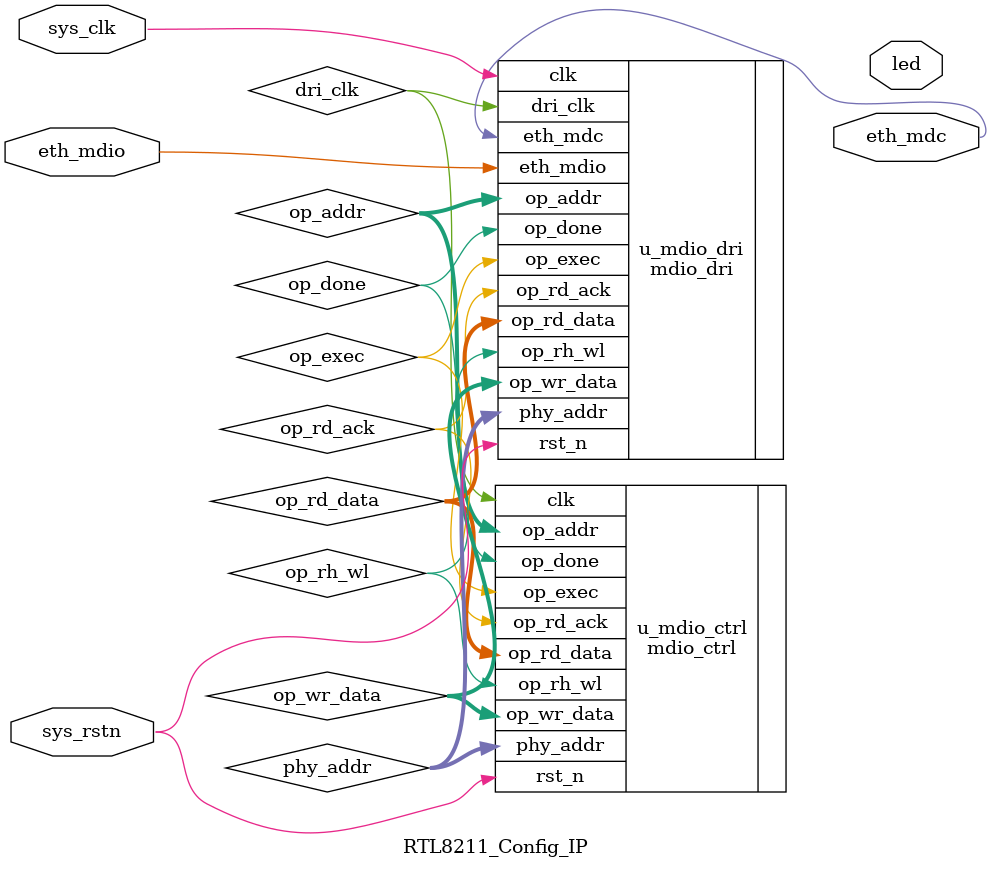
<source format=v>

module RTL8211_Config_IP(
    input          sys_clk  ,  
    input          sys_rstn,
    //MDIO½Ó¿Ú
    output         eth_mdc  , //PHY¹ÜÀí½Ó¿ÚµÄÊ±ÖÓÐÅºÅ
    inout          eth_mdio , //PHY¹ÜÀí½Ó¿ÚµÄË«ÏòÊý¾ÝÐÅºÅ

    output  [1:0]  led        //LEDÁ¬½ÓËÙÂÊÖ¸Ê¾
    );
    
    
    parameter CLK_DIV       =6'd60;  
    parameter tx_delay_en   =1'b1;
    parameter rx_delay_en   =1'b1;
    
//wire define
wire          op_exec    ;  //´¥·¢¿ªÊ¼ÐÅºÅ
wire          op_rh_wl   ;  //µÍµçÆ½Ð´£¬¸ßµçÆ½¶Á
wire  [4:0]   op_addr    ;  //¼Ä´æÆ÷µØÖ·
wire  [15:0]  op_wr_data ;  //Ð´Èë¼Ä´æÆ÷µÄÊý¾Ý
wire  [4:0]   phy_addr   ;
wire          op_done    ;  //¶ÁÐ´Íê³É
wire  [15:0]  op_rd_data ;  //¶Á³öµÄÊý¾Ý
wire          op_rd_ack  ;  //¶ÁÓ¦´ðÐÅºÅ 0:Ó¦´ð 1:Î´Ó¦´ð
wire          dri_clk    ;  //Çý¶¯Ê±ÖÓ
wire  [5:0]   cur_state ;


//MDIO½Ó¿ÚÇý¶¯
mdio_dri #(
    .CLK_DIV    (CLK_DIV)     //·ÖÆµÏµÊý
    )
    u_mdio_dri(
    .clk        (sys_clk),
    .rst_n      (sys_rstn),
    .op_exec    (op_exec   ),
    .op_rh_wl   (op_rh_wl  ),   
    .op_addr    (op_addr   ),   
    .op_wr_data (op_wr_data),   
    .phy_addr   (phy_addr),
    .op_done    (op_done   ),   
    .op_rd_data (op_rd_data),   
    .op_rd_ack  (op_rd_ack ),   
    .dri_clk    (dri_clk   ),  
                 
    .eth_mdc    (eth_mdc   ),   
    .eth_mdio   (eth_mdio  )
);      

//MDIO½Ó¿Ú¶ÁÐ´¿ØÖÆ    
mdio_ctrl #(
    .tx_delay(tx_delay_en),
    .rx_delay(rx_delay_en)
)
  u_mdio_ctrl(
    .clk           (dri_clk),  
    .rst_n         (sys_rstn ),  
    .op_done       (op_done   ),  
    .op_rd_data    (op_rd_data),  
    .op_rd_ack     (op_rd_ack ),  
    .phy_addr      (phy_addr),    
    .op_exec       (op_exec   ),  
    .op_rh_wl      (op_rh_wl  ),  
    .op_addr       (op_addr   ),  
    .op_wr_data    (op_wr_data)
);      

endmodule

</source>
